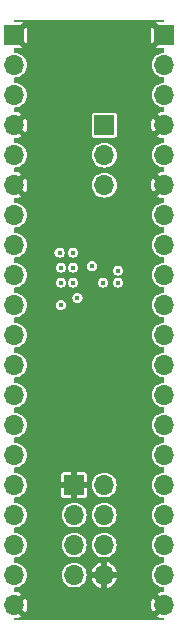
<source format=gbr>
%TF.GenerationSoftware,KiCad,Pcbnew,8.0.0*%
%TF.CreationDate,2024-03-15T22:25:50+11:00*%
%TF.ProjectId,PCAL6534EV-breakout,5043414c-3635-4333-9445-562d62726561,rev?*%
%TF.SameCoordinates,Original*%
%TF.FileFunction,Copper,L2,Inr*%
%TF.FilePolarity,Positive*%
%FSLAX46Y46*%
G04 Gerber Fmt 4.6, Leading zero omitted, Abs format (unit mm)*
G04 Created by KiCad (PCBNEW 8.0.0) date 2024-03-15 22:25:50*
%MOMM*%
%LPD*%
G01*
G04 APERTURE LIST*
%TA.AperFunction,ComponentPad*%
%ADD10R,1.700000X1.700000*%
%TD*%
%TA.AperFunction,ComponentPad*%
%ADD11O,1.700000X1.700000*%
%TD*%
%TA.AperFunction,ViaPad*%
%ADD12C,0.450000*%
%TD*%
%TA.AperFunction,ViaPad*%
%ADD13C,0.800000*%
%TD*%
G04 APERTURE END LIST*
D10*
%TO.N,GND*%
%TO.C,J4*%
X153725000Y-124450000D03*
D11*
%TO.N,P2_0*%
X156265000Y-124450000D03*
%TO.N,P1_6*%
X153725000Y-126990000D03*
%TO.N,P2_2*%
X156265000Y-126990000D03*
%TO.N,P1_7*%
X153725000Y-129530000D03*
%TO.N,P2_1*%
X156265000Y-129530000D03*
%TO.N,P1_4*%
X153725000Y-132070000D03*
%TO.N,GND*%
X156265000Y-132070000D03*
%TD*%
D10*
%TO.N,GND*%
%TO.C,J3*%
X161350000Y-86350000D03*
D11*
%TO.N,+3V3*%
X161350000Y-88890000D03*
%TO.N,VIO*%
X161350000Y-91430000D03*
%TO.N,GND*%
X161350000Y-93970000D03*
%TO.N,/~{RESET}*%
X161350000Y-96510000D03*
%TO.N,GND*%
X161350000Y-99050000D03*
%TO.N,P4_1*%
X161350000Y-101590000D03*
%TO.N,P4_0*%
X161350000Y-104130000D03*
%TO.N,P3_7*%
X161350000Y-106670000D03*
%TO.N,P3_6*%
X161350000Y-109210000D03*
%TO.N,P3_5*%
X161350000Y-111750000D03*
%TO.N,P3_3*%
X161350000Y-114290000D03*
%TO.N,P3_2*%
X161350000Y-116830000D03*
%TO.N,P3_0*%
X161350000Y-119370000D03*
%TO.N,P2_7*%
X161350000Y-121910000D03*
%TO.N,P2_5*%
X161350000Y-124450000D03*
%TO.N,P2_6*%
X161350000Y-126990000D03*
%TO.N,P2_4*%
X161350000Y-129530000D03*
%TO.N,P2_3*%
X161350000Y-132070000D03*
%TO.N,GND*%
X161350000Y-134610000D03*
%TD*%
D10*
%TO.N,GND*%
%TO.C,J2*%
X148650000Y-86350000D03*
D11*
%TO.N,/SCL*%
X148650000Y-88890000D03*
%TO.N,/SDA*%
X148650000Y-91430000D03*
%TO.N,GND*%
X148650000Y-93970000D03*
%TO.N,/~{INT}*%
X148650000Y-96510000D03*
%TO.N,GND*%
X148650000Y-99050000D03*
%TO.N,P3_4*%
X148650000Y-101590000D03*
%TO.N,P0_2*%
X148650000Y-104130000D03*
%TO.N,P0_1*%
X148650000Y-106670000D03*
%TO.N,P0_5*%
X148650000Y-109210000D03*
%TO.N,P0_0*%
X148650000Y-111750000D03*
%TO.N,P0_4*%
X148650000Y-114290000D03*
%TO.N,P0_3*%
X148650000Y-116830000D03*
%TO.N,P0_7*%
X148650000Y-119370000D03*
%TO.N,P0_6*%
X148650000Y-121910000D03*
%TO.N,P1_2*%
X148650000Y-124450000D03*
%TO.N,P1_1*%
X148650000Y-126990000D03*
%TO.N,P1_5*%
X148650000Y-129530000D03*
%TO.N,P1_3*%
X148650000Y-132070000D03*
%TO.N,GND*%
X148650000Y-134610000D03*
%TD*%
D10*
%TO.N,+3V3*%
%TO.C,JP1*%
X156270000Y-93985000D03*
D11*
%TO.N,/V_{DD(P)}*%
X156270000Y-96525000D03*
%TO.N,VIO*%
X156270000Y-99065000D03*
%TD*%
D12*
%TO.N,GND*%
X156777996Y-109605002D03*
D13*
X152460000Y-133975000D03*
X153095000Y-134610000D03*
X153730000Y-133975000D03*
X154365000Y-134610000D03*
D12*
%TO.N,/SDA*%
X153603000Y-107305000D03*
%TO.N,GND*%
X157921002Y-101052000D03*
X157286000Y-95621000D03*
X157413000Y-92827000D03*
X153603000Y-108035000D03*
X151952000Y-109231000D03*
X151825000Y-104765000D03*
X155206978Y-105330000D03*
%TO.N,/ADDR*%
X155200000Y-105908000D03*
%TO.N,GND*%
X156641962Y-106316994D03*
%TO.N,/~{INT}*%
X152587231Y-109231000D03*
X152481000Y-104765000D03*
%TO.N,+3V3*%
X153607000Y-104765000D03*
X157413000Y-106289000D03*
%TO.N,/~{RESET}*%
X157413000Y-107305000D03*
%TO.N,GND*%
X156778000Y-107305000D03*
%TO.N,/V_{DD(P)}*%
X156143000Y-107305000D03*
%TO.N,GND*%
X154185414Y-105783148D03*
X154190000Y-107305000D03*
X151952000Y-107305000D03*
X151952000Y-105781000D03*
%TO.N,/SCL*%
X153602998Y-106035000D03*
%TO.N,Net-(JP4-A)*%
X152587000Y-107305000D03*
X152585883Y-106036117D03*
%TO.N,+3V3*%
X154000000Y-108600000D03*
%TO.N,GND*%
X156500030Y-91152030D03*
D13*
X157540000Y-133975000D03*
X156905000Y-134610000D03*
X156270000Y-133975000D03*
X155635000Y-134610000D03*
X155000000Y-133848000D03*
%TD*%
%TA.AperFunction,Conductor*%
%TO.N,GND*%
G36*
X161337113Y-85092887D02*
G01*
X161350000Y-85124000D01*
X161350000Y-85202000D01*
X161337113Y-85233113D01*
X161306000Y-85246000D01*
X160599554Y-85246000D01*
X161220590Y-85867037D01*
X161157007Y-85884075D01*
X161042993Y-85949901D01*
X160949901Y-86042993D01*
X160884075Y-86157007D01*
X160867037Y-86220591D01*
X160246000Y-85599554D01*
X160246000Y-87100445D01*
X160867036Y-86479407D01*
X160884075Y-86542993D01*
X160949901Y-86657007D01*
X161042993Y-86750099D01*
X161157007Y-86815925D01*
X161220590Y-86832962D01*
X160599554Y-87453999D01*
X161306000Y-87453999D01*
X161337113Y-87466886D01*
X161350000Y-87497999D01*
X161350000Y-87794537D01*
X161337113Y-87825650D01*
X161310313Y-87838325D01*
X161144062Y-87854700D01*
X160946052Y-87914765D01*
X160763552Y-88012313D01*
X160603591Y-88143589D01*
X160603589Y-88143591D01*
X160472313Y-88303552D01*
X160374765Y-88486052D01*
X160314700Y-88684061D01*
X160294417Y-88889998D01*
X160294417Y-88890001D01*
X160314700Y-89095938D01*
X160374765Y-89293947D01*
X160374767Y-89293950D01*
X160374768Y-89293954D01*
X160472315Y-89476450D01*
X160603590Y-89636410D01*
X160763550Y-89767685D01*
X160946046Y-89865232D01*
X160946051Y-89865233D01*
X160946052Y-89865234D01*
X160946051Y-89865234D01*
X161144062Y-89925299D01*
X161144063Y-89925299D01*
X161144066Y-89925300D01*
X161310313Y-89941674D01*
X161340013Y-89957549D01*
X161350000Y-89985462D01*
X161350000Y-90334537D01*
X161337113Y-90365650D01*
X161310313Y-90378325D01*
X161144062Y-90394700D01*
X160946052Y-90454765D01*
X160763552Y-90552313D01*
X160603591Y-90683589D01*
X160603589Y-90683591D01*
X160472313Y-90843552D01*
X160374765Y-91026052D01*
X160314700Y-91224061D01*
X160294417Y-91429998D01*
X160294417Y-91430001D01*
X160314700Y-91635938D01*
X160374765Y-91833947D01*
X160374767Y-91833950D01*
X160374768Y-91833954D01*
X160472315Y-92016450D01*
X160603590Y-92176410D01*
X160763550Y-92307685D01*
X160946046Y-92405232D01*
X160946051Y-92405233D01*
X160946052Y-92405234D01*
X160946051Y-92405234D01*
X161144062Y-92465299D01*
X161144063Y-92465299D01*
X161144066Y-92465300D01*
X161310313Y-92481674D01*
X161340013Y-92497549D01*
X161350000Y-92525462D01*
X161350000Y-92822000D01*
X161337113Y-92853113D01*
X161306000Y-92866000D01*
X161247695Y-92866000D01*
X161046580Y-92903595D01*
X160855795Y-92977507D01*
X160766407Y-93032853D01*
X161220590Y-93487037D01*
X161157007Y-93504075D01*
X161042993Y-93569901D01*
X160949901Y-93662993D01*
X160884075Y-93777007D01*
X160867037Y-93840591D01*
X160409677Y-93383230D01*
X160407340Y-93386326D01*
X160316138Y-93569483D01*
X160260147Y-93766270D01*
X160260147Y-93766273D01*
X160241270Y-93969997D01*
X160241270Y-93970000D01*
X160260147Y-94173726D01*
X160260147Y-94173729D01*
X160316138Y-94370516D01*
X160407339Y-94553670D01*
X160409677Y-94556766D01*
X160867036Y-94099406D01*
X160884075Y-94162993D01*
X160949901Y-94277007D01*
X161042993Y-94370099D01*
X161157007Y-94435925D01*
X161220589Y-94452962D01*
X160766406Y-94907146D01*
X160855797Y-94962494D01*
X161046580Y-95036404D01*
X161247695Y-95073999D01*
X161247701Y-95074000D01*
X161306000Y-95074000D01*
X161337113Y-95086887D01*
X161350000Y-95118000D01*
X161350000Y-95414537D01*
X161337113Y-95445650D01*
X161310313Y-95458325D01*
X161144062Y-95474700D01*
X160946052Y-95534765D01*
X160763552Y-95632313D01*
X160603591Y-95763589D01*
X160603589Y-95763591D01*
X160472313Y-95923552D01*
X160374765Y-96106052D01*
X160314700Y-96304061D01*
X160294417Y-96509998D01*
X160294417Y-96510001D01*
X160314700Y-96715938D01*
X160374765Y-96913947D01*
X160374767Y-96913950D01*
X160374768Y-96913954D01*
X160472315Y-97096450D01*
X160603590Y-97256410D01*
X160763550Y-97387685D01*
X160946046Y-97485232D01*
X160946051Y-97485233D01*
X160946052Y-97485234D01*
X160946051Y-97485234D01*
X161144062Y-97545299D01*
X161144063Y-97545299D01*
X161144066Y-97545300D01*
X161310313Y-97561674D01*
X161340013Y-97577549D01*
X161350000Y-97605462D01*
X161350000Y-97902000D01*
X161337113Y-97933113D01*
X161306000Y-97946000D01*
X161247695Y-97946000D01*
X161046580Y-97983595D01*
X160855795Y-98057507D01*
X160766407Y-98112853D01*
X161220590Y-98567037D01*
X161157007Y-98584075D01*
X161042993Y-98649901D01*
X160949901Y-98742993D01*
X160884075Y-98857007D01*
X160867037Y-98920591D01*
X160409677Y-98463230D01*
X160407340Y-98466326D01*
X160316138Y-98649483D01*
X160260147Y-98846270D01*
X160260147Y-98846273D01*
X160241270Y-99049997D01*
X160241270Y-99050000D01*
X160260147Y-99253726D01*
X160260147Y-99253729D01*
X160316138Y-99450516D01*
X160407339Y-99633670D01*
X160409677Y-99636766D01*
X160867036Y-99179406D01*
X160884075Y-99242993D01*
X160949901Y-99357007D01*
X161042993Y-99450099D01*
X161157007Y-99515925D01*
X161220589Y-99532962D01*
X160766406Y-99987146D01*
X160855797Y-100042494D01*
X161046580Y-100116404D01*
X161247695Y-100153999D01*
X161247701Y-100154000D01*
X161306000Y-100154000D01*
X161337113Y-100166887D01*
X161350000Y-100198000D01*
X161350000Y-100494537D01*
X161337113Y-100525650D01*
X161310313Y-100538325D01*
X161144062Y-100554700D01*
X160946052Y-100614765D01*
X160763552Y-100712313D01*
X160603591Y-100843589D01*
X160603589Y-100843591D01*
X160472313Y-101003552D01*
X160374765Y-101186052D01*
X160314700Y-101384061D01*
X160294417Y-101589998D01*
X160294417Y-101590001D01*
X160314700Y-101795938D01*
X160374765Y-101993947D01*
X160374767Y-101993950D01*
X160374768Y-101993954D01*
X160472315Y-102176450D01*
X160603590Y-102336410D01*
X160763550Y-102467685D01*
X160946046Y-102565232D01*
X160946051Y-102565233D01*
X160946052Y-102565234D01*
X160946051Y-102565234D01*
X161144062Y-102625299D01*
X161144063Y-102625299D01*
X161144066Y-102625300D01*
X161310313Y-102641674D01*
X161340013Y-102657549D01*
X161350000Y-102685462D01*
X161350000Y-103034537D01*
X161337113Y-103065650D01*
X161310313Y-103078325D01*
X161144062Y-103094700D01*
X160946052Y-103154765D01*
X160763552Y-103252313D01*
X160603591Y-103383589D01*
X160603589Y-103383591D01*
X160472313Y-103543552D01*
X160374765Y-103726052D01*
X160314700Y-103924061D01*
X160294417Y-104129998D01*
X160294417Y-104130001D01*
X160314700Y-104335938D01*
X160374765Y-104533947D01*
X160374767Y-104533950D01*
X160374768Y-104533954D01*
X160472315Y-104716450D01*
X160603590Y-104876410D01*
X160763550Y-105007685D01*
X160946046Y-105105232D01*
X160946051Y-105105233D01*
X160946052Y-105105234D01*
X160946051Y-105105234D01*
X161144062Y-105165299D01*
X161144063Y-105165299D01*
X161144066Y-105165300D01*
X161310313Y-105181674D01*
X161340013Y-105197549D01*
X161350000Y-105225462D01*
X161350000Y-105574537D01*
X161337113Y-105605650D01*
X161310313Y-105618325D01*
X161144062Y-105634700D01*
X160946052Y-105694765D01*
X160763552Y-105792313D01*
X160603591Y-105923589D01*
X160603589Y-105923591D01*
X160472313Y-106083552D01*
X160374765Y-106266052D01*
X160314700Y-106464061D01*
X160294417Y-106669998D01*
X160294417Y-106670001D01*
X160314700Y-106875938D01*
X160374765Y-107073947D01*
X160374767Y-107073950D01*
X160374768Y-107073954D01*
X160472315Y-107256450D01*
X160603590Y-107416410D01*
X160763550Y-107547685D01*
X160946046Y-107645232D01*
X160946051Y-107645233D01*
X160946052Y-107645234D01*
X160946051Y-107645234D01*
X161144062Y-107705299D01*
X161144063Y-107705299D01*
X161144066Y-107705300D01*
X161310313Y-107721674D01*
X161340013Y-107737549D01*
X161350000Y-107765462D01*
X161350000Y-108114537D01*
X161337113Y-108145650D01*
X161310313Y-108158325D01*
X161144062Y-108174700D01*
X160946052Y-108234765D01*
X160763552Y-108332313D01*
X160603591Y-108463589D01*
X160603589Y-108463591D01*
X160472313Y-108623552D01*
X160374765Y-108806052D01*
X160314700Y-109004061D01*
X160294417Y-109209998D01*
X160294417Y-109210001D01*
X160314700Y-109415938D01*
X160374765Y-109613947D01*
X160374767Y-109613950D01*
X160374768Y-109613954D01*
X160472315Y-109796450D01*
X160603590Y-109956410D01*
X160763550Y-110087685D01*
X160946046Y-110185232D01*
X160946051Y-110185233D01*
X160946052Y-110185234D01*
X160946051Y-110185234D01*
X161144062Y-110245299D01*
X161144063Y-110245299D01*
X161144066Y-110245300D01*
X161310313Y-110261674D01*
X161340013Y-110277549D01*
X161350000Y-110305462D01*
X161350000Y-110654537D01*
X161337113Y-110685650D01*
X161310313Y-110698325D01*
X161144062Y-110714700D01*
X160946052Y-110774765D01*
X160763552Y-110872313D01*
X160603591Y-111003589D01*
X160603589Y-111003591D01*
X160472313Y-111163552D01*
X160374765Y-111346052D01*
X160314700Y-111544061D01*
X160294417Y-111749998D01*
X160294417Y-111750001D01*
X160314700Y-111955938D01*
X160374765Y-112153947D01*
X160374767Y-112153950D01*
X160374768Y-112153954D01*
X160472315Y-112336450D01*
X160603590Y-112496410D01*
X160763550Y-112627685D01*
X160946046Y-112725232D01*
X160946051Y-112725233D01*
X160946052Y-112725234D01*
X160946051Y-112725234D01*
X161144062Y-112785299D01*
X161144063Y-112785299D01*
X161144066Y-112785300D01*
X161310313Y-112801674D01*
X161340013Y-112817549D01*
X161350000Y-112845462D01*
X161350000Y-113194537D01*
X161337113Y-113225650D01*
X161310313Y-113238325D01*
X161144062Y-113254700D01*
X160946052Y-113314765D01*
X160763552Y-113412313D01*
X160603591Y-113543589D01*
X160603589Y-113543591D01*
X160472313Y-113703552D01*
X160374765Y-113886052D01*
X160314700Y-114084061D01*
X160294417Y-114289998D01*
X160294417Y-114290001D01*
X160314700Y-114495938D01*
X160374765Y-114693947D01*
X160374767Y-114693950D01*
X160374768Y-114693954D01*
X160472315Y-114876450D01*
X160603590Y-115036410D01*
X160763550Y-115167685D01*
X160946046Y-115265232D01*
X160946051Y-115265233D01*
X160946052Y-115265234D01*
X160946051Y-115265234D01*
X161144062Y-115325299D01*
X161144063Y-115325299D01*
X161144066Y-115325300D01*
X161310313Y-115341674D01*
X161340013Y-115357549D01*
X161350000Y-115385462D01*
X161350000Y-115734537D01*
X161337113Y-115765650D01*
X161310313Y-115778325D01*
X161144062Y-115794700D01*
X160946052Y-115854765D01*
X160763552Y-115952313D01*
X160603591Y-116083589D01*
X160603589Y-116083591D01*
X160472313Y-116243552D01*
X160374765Y-116426052D01*
X160314700Y-116624061D01*
X160294417Y-116829998D01*
X160294417Y-116830001D01*
X160314700Y-117035938D01*
X160374765Y-117233947D01*
X160374767Y-117233950D01*
X160374768Y-117233954D01*
X160472315Y-117416450D01*
X160603590Y-117576410D01*
X160763550Y-117707685D01*
X160946046Y-117805232D01*
X160946051Y-117805233D01*
X160946052Y-117805234D01*
X160946051Y-117805234D01*
X161144062Y-117865299D01*
X161144063Y-117865299D01*
X161144066Y-117865300D01*
X161310313Y-117881674D01*
X161340013Y-117897549D01*
X161350000Y-117925462D01*
X161350000Y-118274537D01*
X161337113Y-118305650D01*
X161310313Y-118318325D01*
X161144062Y-118334700D01*
X160946052Y-118394765D01*
X160763552Y-118492313D01*
X160603591Y-118623589D01*
X160603589Y-118623591D01*
X160472313Y-118783552D01*
X160374765Y-118966052D01*
X160314700Y-119164061D01*
X160294417Y-119369998D01*
X160294417Y-119370001D01*
X160314700Y-119575938D01*
X160374765Y-119773947D01*
X160374767Y-119773950D01*
X160374768Y-119773954D01*
X160472315Y-119956450D01*
X160603590Y-120116410D01*
X160763550Y-120247685D01*
X160946046Y-120345232D01*
X160946051Y-120345233D01*
X160946052Y-120345234D01*
X160946051Y-120345234D01*
X161144062Y-120405299D01*
X161144063Y-120405299D01*
X161144066Y-120405300D01*
X161310313Y-120421674D01*
X161340013Y-120437549D01*
X161350000Y-120465462D01*
X161350000Y-120814537D01*
X161337113Y-120845650D01*
X161310313Y-120858325D01*
X161144062Y-120874700D01*
X160946052Y-120934765D01*
X160763552Y-121032313D01*
X160603591Y-121163589D01*
X160603589Y-121163591D01*
X160472313Y-121323552D01*
X160374765Y-121506052D01*
X160314700Y-121704061D01*
X160294417Y-121909998D01*
X160294417Y-121910001D01*
X160314700Y-122115938D01*
X160374765Y-122313947D01*
X160374767Y-122313950D01*
X160374768Y-122313954D01*
X160472315Y-122496450D01*
X160603590Y-122656410D01*
X160763550Y-122787685D01*
X160946046Y-122885232D01*
X160946051Y-122885233D01*
X160946052Y-122885234D01*
X160946051Y-122885234D01*
X161144062Y-122945299D01*
X161144063Y-122945299D01*
X161144066Y-122945300D01*
X161310313Y-122961674D01*
X161340013Y-122977549D01*
X161350000Y-123005462D01*
X161350000Y-123354537D01*
X161337113Y-123385650D01*
X161310313Y-123398325D01*
X161144062Y-123414700D01*
X160946052Y-123474765D01*
X160763552Y-123572313D01*
X160603591Y-123703589D01*
X160603589Y-123703591D01*
X160472313Y-123863552D01*
X160374765Y-124046052D01*
X160314700Y-124244061D01*
X160294417Y-124449998D01*
X160294417Y-124450001D01*
X160314700Y-124655938D01*
X160374765Y-124853947D01*
X160374767Y-124853950D01*
X160374768Y-124853954D01*
X160472315Y-125036450D01*
X160603590Y-125196410D01*
X160763550Y-125327685D01*
X160946046Y-125425232D01*
X160946051Y-125425233D01*
X160946052Y-125425234D01*
X160946051Y-125425234D01*
X161144062Y-125485299D01*
X161144063Y-125485299D01*
X161144066Y-125485300D01*
X161310313Y-125501674D01*
X161340013Y-125517549D01*
X161350000Y-125545462D01*
X161350000Y-125894537D01*
X161337113Y-125925650D01*
X161310313Y-125938325D01*
X161144062Y-125954700D01*
X160946052Y-126014765D01*
X160763552Y-126112313D01*
X160603591Y-126243589D01*
X160603589Y-126243591D01*
X160472313Y-126403552D01*
X160374765Y-126586052D01*
X160314700Y-126784061D01*
X160294417Y-126989998D01*
X160294417Y-126990001D01*
X160314700Y-127195938D01*
X160374765Y-127393947D01*
X160374767Y-127393950D01*
X160374768Y-127393954D01*
X160472315Y-127576450D01*
X160603590Y-127736410D01*
X160763550Y-127867685D01*
X160946046Y-127965232D01*
X160946051Y-127965233D01*
X160946052Y-127965234D01*
X160946051Y-127965234D01*
X161144062Y-128025299D01*
X161144063Y-128025299D01*
X161144066Y-128025300D01*
X161310313Y-128041674D01*
X161340013Y-128057549D01*
X161350000Y-128085462D01*
X161350000Y-128434537D01*
X161337113Y-128465650D01*
X161310313Y-128478325D01*
X161144062Y-128494700D01*
X160946052Y-128554765D01*
X160763552Y-128652313D01*
X160603591Y-128783589D01*
X160603589Y-128783591D01*
X160472313Y-128943552D01*
X160374765Y-129126052D01*
X160314700Y-129324061D01*
X160294417Y-129529998D01*
X160294417Y-129530001D01*
X160314700Y-129735938D01*
X160374765Y-129933947D01*
X160374767Y-129933950D01*
X160374768Y-129933954D01*
X160472315Y-130116450D01*
X160603590Y-130276410D01*
X160763550Y-130407685D01*
X160946046Y-130505232D01*
X160946051Y-130505233D01*
X160946052Y-130505234D01*
X160946051Y-130505234D01*
X161144062Y-130565299D01*
X161144063Y-130565299D01*
X161144066Y-130565300D01*
X161310313Y-130581674D01*
X161340013Y-130597549D01*
X161350000Y-130625462D01*
X161350000Y-130974537D01*
X161337113Y-131005650D01*
X161310313Y-131018325D01*
X161144062Y-131034700D01*
X160946052Y-131094765D01*
X160763552Y-131192313D01*
X160603591Y-131323589D01*
X160603589Y-131323591D01*
X160472313Y-131483552D01*
X160374765Y-131666052D01*
X160314700Y-131864061D01*
X160294417Y-132069998D01*
X160294417Y-132070001D01*
X160314700Y-132275938D01*
X160374765Y-132473947D01*
X160374767Y-132473950D01*
X160374768Y-132473954D01*
X160426106Y-132570000D01*
X160470831Y-132653675D01*
X160472315Y-132656450D01*
X160603590Y-132816410D01*
X160763550Y-132947685D01*
X160946046Y-133045232D01*
X160946051Y-133045233D01*
X160946052Y-133045234D01*
X160946051Y-133045234D01*
X161144062Y-133105299D01*
X161144063Y-133105299D01*
X161144066Y-133105300D01*
X161310313Y-133121674D01*
X161340013Y-133137549D01*
X161350000Y-133165462D01*
X161350000Y-133462000D01*
X161337113Y-133493113D01*
X161306000Y-133506000D01*
X161247695Y-133506000D01*
X161046580Y-133543595D01*
X160855795Y-133617507D01*
X160766407Y-133672853D01*
X161220590Y-134127037D01*
X161157007Y-134144075D01*
X161042993Y-134209901D01*
X160949901Y-134302993D01*
X160884075Y-134417007D01*
X160867037Y-134480591D01*
X160409677Y-134023230D01*
X160407340Y-134026326D01*
X160316138Y-134209483D01*
X160260147Y-134406270D01*
X160260147Y-134406273D01*
X160241270Y-134609997D01*
X160241270Y-134610000D01*
X160260147Y-134813726D01*
X160260147Y-134813729D01*
X160316138Y-135010516D01*
X160407339Y-135193670D01*
X160409677Y-135196766D01*
X160867036Y-134739406D01*
X160884075Y-134802993D01*
X160949901Y-134917007D01*
X161042993Y-135010099D01*
X161157007Y-135075925D01*
X161220589Y-135092962D01*
X160766406Y-135547146D01*
X160855797Y-135602494D01*
X161046580Y-135676404D01*
X161247695Y-135713999D01*
X161247701Y-135714000D01*
X161306000Y-135714000D01*
X161337113Y-135726887D01*
X161350000Y-135758000D01*
X161350000Y-135836000D01*
X161337113Y-135867113D01*
X161306000Y-135880000D01*
X148694000Y-135880000D01*
X148662887Y-135867113D01*
X148650000Y-135836000D01*
X148650000Y-135758000D01*
X148662887Y-135726887D01*
X148694000Y-135714000D01*
X148752299Y-135714000D01*
X148752304Y-135713999D01*
X148953419Y-135676404D01*
X149144201Y-135602494D01*
X149233592Y-135547146D01*
X148779408Y-135092962D01*
X148842993Y-135075925D01*
X148957007Y-135010099D01*
X149050099Y-134917007D01*
X149115925Y-134802993D01*
X149132962Y-134739409D01*
X149590320Y-135196767D01*
X149590321Y-135196767D01*
X149592659Y-135193672D01*
X149683861Y-135010516D01*
X149739852Y-134813729D01*
X149739852Y-134813726D01*
X149758730Y-134610000D01*
X149758730Y-134609997D01*
X149739852Y-134406273D01*
X149739852Y-134406270D01*
X149683861Y-134209483D01*
X149592661Y-134026329D01*
X149590320Y-134023231D01*
X149132962Y-134480590D01*
X149115925Y-134417007D01*
X149050099Y-134302993D01*
X148957007Y-134209901D01*
X148842993Y-134144075D01*
X148779409Y-134127037D01*
X149233592Y-133672853D01*
X149144204Y-133617506D01*
X148953419Y-133543595D01*
X148752304Y-133506000D01*
X148694000Y-133506000D01*
X148662887Y-133493113D01*
X148650000Y-133462000D01*
X148650000Y-133165462D01*
X148662887Y-133134349D01*
X148689686Y-133121674D01*
X148855934Y-133105300D01*
X148855936Y-133105299D01*
X148855938Y-133105299D01*
X149053947Y-133045234D01*
X149053946Y-133045234D01*
X149053954Y-133045232D01*
X149236450Y-132947685D01*
X149396410Y-132816410D01*
X149527685Y-132656450D01*
X149625232Y-132473954D01*
X149685300Y-132275934D01*
X149705583Y-132070001D01*
X152669417Y-132070001D01*
X152689700Y-132275938D01*
X152749765Y-132473947D01*
X152749767Y-132473950D01*
X152749768Y-132473954D01*
X152801106Y-132570000D01*
X152845831Y-132653675D01*
X152847315Y-132656450D01*
X152978590Y-132816410D01*
X153138550Y-132947685D01*
X153321046Y-133045232D01*
X153321051Y-133045233D01*
X153321052Y-133045234D01*
X153321051Y-133045234D01*
X153519062Y-133105299D01*
X153519063Y-133105299D01*
X153519066Y-133105300D01*
X153685312Y-133121674D01*
X153724999Y-133125583D01*
X153725000Y-133125583D01*
X153725001Y-133125583D01*
X153764688Y-133121674D01*
X153930934Y-133105300D01*
X153930936Y-133105299D01*
X153930938Y-133105299D01*
X154128947Y-133045234D01*
X154128946Y-133045234D01*
X154128954Y-133045232D01*
X154311450Y-132947685D01*
X154471410Y-132816410D01*
X154602685Y-132656450D01*
X154700232Y-132473954D01*
X154746933Y-132320000D01*
X155188312Y-132320000D01*
X155231138Y-132470516D01*
X155322341Y-132653674D01*
X155322342Y-132653675D01*
X155445640Y-132816948D01*
X155596839Y-132954784D01*
X155596840Y-132954785D01*
X155770801Y-133062495D01*
X155961579Y-133136404D01*
X156015000Y-133146389D01*
X156015000Y-132503012D01*
X156072007Y-132535925D01*
X156199174Y-132570000D01*
X156330826Y-132570000D01*
X156457993Y-132535925D01*
X156515000Y-132503012D01*
X156515000Y-133146389D01*
X156568420Y-133136404D01*
X156759198Y-133062495D01*
X156933159Y-132954785D01*
X156933160Y-132954784D01*
X157084359Y-132816948D01*
X157207657Y-132653675D01*
X157207658Y-132653674D01*
X157298861Y-132470516D01*
X157341687Y-132320000D01*
X156698012Y-132320000D01*
X156730925Y-132262993D01*
X156765000Y-132135826D01*
X156765000Y-132004174D01*
X156730925Y-131877007D01*
X156698012Y-131820000D01*
X157341687Y-131820000D01*
X157341687Y-131819999D01*
X157298861Y-131669483D01*
X157207658Y-131486325D01*
X157207657Y-131486324D01*
X157084359Y-131323051D01*
X156933160Y-131185215D01*
X156933159Y-131185214D01*
X156759198Y-131077504D01*
X156568419Y-131003595D01*
X156515000Y-130993609D01*
X156515000Y-131636988D01*
X156457993Y-131604075D01*
X156330826Y-131570000D01*
X156199174Y-131570000D01*
X156072007Y-131604075D01*
X156015000Y-131636988D01*
X156015000Y-130993609D01*
X156014999Y-130993609D01*
X155961580Y-131003595D01*
X155770801Y-131077504D01*
X155596840Y-131185214D01*
X155596839Y-131185215D01*
X155445640Y-131323051D01*
X155322342Y-131486324D01*
X155322341Y-131486325D01*
X155231138Y-131669483D01*
X155188312Y-131819999D01*
X155188313Y-131820000D01*
X155831988Y-131820000D01*
X155799075Y-131877007D01*
X155765000Y-132004174D01*
X155765000Y-132135826D01*
X155799075Y-132262993D01*
X155831988Y-132320000D01*
X155188312Y-132320000D01*
X154746933Y-132320000D01*
X154760300Y-132275934D01*
X154780583Y-132070000D01*
X154760300Y-131864066D01*
X154760299Y-131864063D01*
X154760299Y-131864061D01*
X154700234Y-131666052D01*
X154700233Y-131666051D01*
X154700232Y-131666046D01*
X154602685Y-131483550D01*
X154471410Y-131323590D01*
X154311450Y-131192315D01*
X154311448Y-131192314D01*
X154311447Y-131192313D01*
X154247871Y-131158331D01*
X154128954Y-131094768D01*
X154128950Y-131094767D01*
X154128947Y-131094765D01*
X154128948Y-131094765D01*
X153930937Y-131034700D01*
X153930938Y-131034700D01*
X153725001Y-131014417D01*
X153724999Y-131014417D01*
X153519061Y-131034700D01*
X153321052Y-131094765D01*
X153138552Y-131192313D01*
X152978591Y-131323589D01*
X152978589Y-131323591D01*
X152847313Y-131483552D01*
X152749765Y-131666052D01*
X152689700Y-131864061D01*
X152669417Y-132069998D01*
X152669417Y-132070001D01*
X149705583Y-132070001D01*
X149705583Y-132070000D01*
X149685300Y-131864066D01*
X149685299Y-131864063D01*
X149685299Y-131864061D01*
X149625234Y-131666052D01*
X149625233Y-131666051D01*
X149625232Y-131666046D01*
X149527685Y-131483550D01*
X149396410Y-131323590D01*
X149236450Y-131192315D01*
X149236448Y-131192314D01*
X149236447Y-131192313D01*
X149172871Y-131158331D01*
X149053954Y-131094768D01*
X149053950Y-131094767D01*
X149053947Y-131094765D01*
X149053948Y-131094765D01*
X148855937Y-131034700D01*
X148855938Y-131034700D01*
X148689687Y-131018325D01*
X148659987Y-131002450D01*
X148650000Y-130974537D01*
X148650000Y-130625462D01*
X148662887Y-130594349D01*
X148689686Y-130581674D01*
X148855934Y-130565300D01*
X148855936Y-130565299D01*
X148855938Y-130565299D01*
X149053947Y-130505234D01*
X149053946Y-130505234D01*
X149053954Y-130505232D01*
X149236450Y-130407685D01*
X149396410Y-130276410D01*
X149527685Y-130116450D01*
X149625232Y-129933954D01*
X149685300Y-129735934D01*
X149705583Y-129530001D01*
X152669417Y-129530001D01*
X152689700Y-129735938D01*
X152749765Y-129933947D01*
X152749767Y-129933950D01*
X152749768Y-129933954D01*
X152847315Y-130116450D01*
X152978590Y-130276410D01*
X153138550Y-130407685D01*
X153321046Y-130505232D01*
X153321051Y-130505233D01*
X153321052Y-130505234D01*
X153321051Y-130505234D01*
X153519062Y-130565299D01*
X153519063Y-130565299D01*
X153519066Y-130565300D01*
X153685312Y-130581674D01*
X153724999Y-130585583D01*
X153725000Y-130585583D01*
X153725001Y-130585583D01*
X153764688Y-130581674D01*
X153930934Y-130565300D01*
X153930936Y-130565299D01*
X153930938Y-130565299D01*
X154128947Y-130505234D01*
X154128946Y-130505234D01*
X154128954Y-130505232D01*
X154311450Y-130407685D01*
X154471410Y-130276410D01*
X154602685Y-130116450D01*
X154700232Y-129933954D01*
X154760300Y-129735934D01*
X154780583Y-129530001D01*
X155209417Y-129530001D01*
X155229700Y-129735938D01*
X155289765Y-129933947D01*
X155289767Y-129933950D01*
X155289768Y-129933954D01*
X155387315Y-130116450D01*
X155518590Y-130276410D01*
X155678550Y-130407685D01*
X155861046Y-130505232D01*
X155861051Y-130505233D01*
X155861052Y-130505234D01*
X155861051Y-130505234D01*
X156059062Y-130565299D01*
X156059063Y-130565299D01*
X156059066Y-130565300D01*
X156225312Y-130581674D01*
X156264999Y-130585583D01*
X156265000Y-130585583D01*
X156265001Y-130585583D01*
X156304688Y-130581674D01*
X156470934Y-130565300D01*
X156470936Y-130565299D01*
X156470938Y-130565299D01*
X156668947Y-130505234D01*
X156668946Y-130505234D01*
X156668954Y-130505232D01*
X156851450Y-130407685D01*
X157011410Y-130276410D01*
X157142685Y-130116450D01*
X157240232Y-129933954D01*
X157300300Y-129735934D01*
X157320583Y-129530000D01*
X157300300Y-129324066D01*
X157300299Y-129324063D01*
X157300299Y-129324061D01*
X157240234Y-129126052D01*
X157240233Y-129126051D01*
X157240232Y-129126046D01*
X157142685Y-128943550D01*
X157011410Y-128783590D01*
X156851450Y-128652315D01*
X156851448Y-128652314D01*
X156851447Y-128652313D01*
X156787871Y-128618331D01*
X156668954Y-128554768D01*
X156668950Y-128554767D01*
X156668947Y-128554765D01*
X156668948Y-128554765D01*
X156470937Y-128494700D01*
X156470938Y-128494700D01*
X156265001Y-128474417D01*
X156264999Y-128474417D01*
X156059061Y-128494700D01*
X155861052Y-128554765D01*
X155678552Y-128652313D01*
X155518591Y-128783589D01*
X155518589Y-128783591D01*
X155387313Y-128943552D01*
X155289765Y-129126052D01*
X155229700Y-129324061D01*
X155209417Y-129529998D01*
X155209417Y-129530001D01*
X154780583Y-129530001D01*
X154780583Y-129530000D01*
X154760300Y-129324066D01*
X154760299Y-129324063D01*
X154760299Y-129324061D01*
X154700234Y-129126052D01*
X154700233Y-129126051D01*
X154700232Y-129126046D01*
X154602685Y-128943550D01*
X154471410Y-128783590D01*
X154311450Y-128652315D01*
X154311448Y-128652314D01*
X154311447Y-128652313D01*
X154247871Y-128618331D01*
X154128954Y-128554768D01*
X154128950Y-128554767D01*
X154128947Y-128554765D01*
X154128948Y-128554765D01*
X153930937Y-128494700D01*
X153930938Y-128494700D01*
X153725001Y-128474417D01*
X153724999Y-128474417D01*
X153519061Y-128494700D01*
X153321052Y-128554765D01*
X153138552Y-128652313D01*
X152978591Y-128783589D01*
X152978589Y-128783591D01*
X152847313Y-128943552D01*
X152749765Y-129126052D01*
X152689700Y-129324061D01*
X152669417Y-129529998D01*
X152669417Y-129530001D01*
X149705583Y-129530001D01*
X149705583Y-129530000D01*
X149685300Y-129324066D01*
X149685299Y-129324063D01*
X149685299Y-129324061D01*
X149625234Y-129126052D01*
X149625233Y-129126051D01*
X149625232Y-129126046D01*
X149527685Y-128943550D01*
X149396410Y-128783590D01*
X149236450Y-128652315D01*
X149236448Y-128652314D01*
X149236447Y-128652313D01*
X149172871Y-128618331D01*
X149053954Y-128554768D01*
X149053950Y-128554767D01*
X149053947Y-128554765D01*
X149053948Y-128554765D01*
X148855937Y-128494700D01*
X148855938Y-128494700D01*
X148689687Y-128478325D01*
X148659987Y-128462450D01*
X148650000Y-128434537D01*
X148650000Y-128085462D01*
X148662887Y-128054349D01*
X148689686Y-128041674D01*
X148855934Y-128025300D01*
X148855936Y-128025299D01*
X148855938Y-128025299D01*
X149053947Y-127965234D01*
X149053946Y-127965234D01*
X149053954Y-127965232D01*
X149236450Y-127867685D01*
X149396410Y-127736410D01*
X149527685Y-127576450D01*
X149625232Y-127393954D01*
X149685300Y-127195934D01*
X149705583Y-126990001D01*
X152669417Y-126990001D01*
X152689700Y-127195938D01*
X152749765Y-127393947D01*
X152749767Y-127393950D01*
X152749768Y-127393954D01*
X152847315Y-127576450D01*
X152978590Y-127736410D01*
X153138550Y-127867685D01*
X153321046Y-127965232D01*
X153321051Y-127965233D01*
X153321052Y-127965234D01*
X153321051Y-127965234D01*
X153519062Y-128025299D01*
X153519063Y-128025299D01*
X153519066Y-128025300D01*
X153685312Y-128041674D01*
X153724999Y-128045583D01*
X153725000Y-128045583D01*
X153725001Y-128045583D01*
X153764688Y-128041674D01*
X153930934Y-128025300D01*
X153930936Y-128025299D01*
X153930938Y-128025299D01*
X154128947Y-127965234D01*
X154128946Y-127965234D01*
X154128954Y-127965232D01*
X154311450Y-127867685D01*
X154471410Y-127736410D01*
X154602685Y-127576450D01*
X154700232Y-127393954D01*
X154760300Y-127195934D01*
X154780583Y-126990001D01*
X155209417Y-126990001D01*
X155229700Y-127195938D01*
X155289765Y-127393947D01*
X155289767Y-127393950D01*
X155289768Y-127393954D01*
X155387315Y-127576450D01*
X155518590Y-127736410D01*
X155678550Y-127867685D01*
X155861046Y-127965232D01*
X155861051Y-127965233D01*
X155861052Y-127965234D01*
X155861051Y-127965234D01*
X156059062Y-128025299D01*
X156059063Y-128025299D01*
X156059066Y-128025300D01*
X156225312Y-128041674D01*
X156264999Y-128045583D01*
X156265000Y-128045583D01*
X156265001Y-128045583D01*
X156304688Y-128041674D01*
X156470934Y-128025300D01*
X156470936Y-128025299D01*
X156470938Y-128025299D01*
X156668947Y-127965234D01*
X156668946Y-127965234D01*
X156668954Y-127965232D01*
X156851450Y-127867685D01*
X157011410Y-127736410D01*
X157142685Y-127576450D01*
X157240232Y-127393954D01*
X157300300Y-127195934D01*
X157320583Y-126990000D01*
X157300300Y-126784066D01*
X157300299Y-126784063D01*
X157300299Y-126784061D01*
X157240234Y-126586052D01*
X157240233Y-126586051D01*
X157240232Y-126586046D01*
X157142685Y-126403550D01*
X157011410Y-126243590D01*
X156851450Y-126112315D01*
X156851448Y-126112314D01*
X156851447Y-126112313D01*
X156787871Y-126078331D01*
X156668954Y-126014768D01*
X156668950Y-126014767D01*
X156668947Y-126014765D01*
X156668948Y-126014765D01*
X156470937Y-125954700D01*
X156470938Y-125954700D01*
X156265001Y-125934417D01*
X156264999Y-125934417D01*
X156059061Y-125954700D01*
X155861052Y-126014765D01*
X155678552Y-126112313D01*
X155518591Y-126243589D01*
X155518589Y-126243591D01*
X155387313Y-126403552D01*
X155289765Y-126586052D01*
X155229700Y-126784061D01*
X155209417Y-126989998D01*
X155209417Y-126990001D01*
X154780583Y-126990001D01*
X154780583Y-126990000D01*
X154760300Y-126784066D01*
X154760299Y-126784063D01*
X154760299Y-126784061D01*
X154700234Y-126586052D01*
X154700233Y-126586051D01*
X154700232Y-126586046D01*
X154602685Y-126403550D01*
X154471410Y-126243590D01*
X154311450Y-126112315D01*
X154311448Y-126112314D01*
X154311447Y-126112313D01*
X154247871Y-126078331D01*
X154128954Y-126014768D01*
X154128950Y-126014767D01*
X154128947Y-126014765D01*
X154128948Y-126014765D01*
X153930937Y-125954700D01*
X153930938Y-125954700D01*
X153725001Y-125934417D01*
X153724999Y-125934417D01*
X153519061Y-125954700D01*
X153321052Y-126014765D01*
X153138552Y-126112313D01*
X152978591Y-126243589D01*
X152978589Y-126243591D01*
X152847313Y-126403552D01*
X152749765Y-126586052D01*
X152689700Y-126784061D01*
X152669417Y-126989998D01*
X152669417Y-126990001D01*
X149705583Y-126990001D01*
X149705583Y-126990000D01*
X149685300Y-126784066D01*
X149685299Y-126784063D01*
X149685299Y-126784061D01*
X149625234Y-126586052D01*
X149625233Y-126586051D01*
X149625232Y-126586046D01*
X149527685Y-126403550D01*
X149396410Y-126243590D01*
X149236450Y-126112315D01*
X149236448Y-126112314D01*
X149236447Y-126112313D01*
X149172871Y-126078331D01*
X149053954Y-126014768D01*
X149053950Y-126014767D01*
X149053947Y-126014765D01*
X149053948Y-126014765D01*
X148855937Y-125954700D01*
X148855938Y-125954700D01*
X148689687Y-125938325D01*
X148659987Y-125922450D01*
X148650000Y-125894537D01*
X148650000Y-125545462D01*
X148662887Y-125514349D01*
X148689686Y-125501674D01*
X148855934Y-125485300D01*
X148855936Y-125485299D01*
X148855938Y-125485299D01*
X149053947Y-125425234D01*
X149053946Y-125425234D01*
X149053954Y-125425232D01*
X149236450Y-125327685D01*
X149396410Y-125196410D01*
X149527685Y-125036450D01*
X149625232Y-124853954D01*
X149685300Y-124655934D01*
X149705583Y-124450000D01*
X149685300Y-124244066D01*
X149685299Y-124244063D01*
X149685299Y-124244061D01*
X149671933Y-124199999D01*
X152621000Y-124199999D01*
X152621001Y-124200000D01*
X153291988Y-124200000D01*
X153259075Y-124257007D01*
X153225000Y-124384174D01*
X153225000Y-124515826D01*
X153259075Y-124642993D01*
X153291988Y-124700000D01*
X152621002Y-124700000D01*
X152621001Y-124700001D01*
X152621001Y-125325013D01*
X152635737Y-125399106D01*
X152691875Y-125483122D01*
X152691877Y-125483124D01*
X152775893Y-125539262D01*
X152849986Y-125553999D01*
X153474998Y-125553999D01*
X153475000Y-125553998D01*
X153475000Y-124883012D01*
X153532007Y-124915925D01*
X153659174Y-124950000D01*
X153790826Y-124950000D01*
X153917993Y-124915925D01*
X153975000Y-124883012D01*
X153975000Y-125553998D01*
X153975001Y-125553999D01*
X154600012Y-125553999D01*
X154600013Y-125553998D01*
X154674106Y-125539262D01*
X154758122Y-125483124D01*
X154758124Y-125483122D01*
X154814262Y-125399106D01*
X154829000Y-125325013D01*
X154829000Y-124700001D01*
X154828999Y-124700000D01*
X154158012Y-124700000D01*
X154190925Y-124642993D01*
X154225000Y-124515826D01*
X154225000Y-124450001D01*
X155209417Y-124450001D01*
X155229700Y-124655938D01*
X155289765Y-124853947D01*
X155289767Y-124853950D01*
X155289768Y-124853954D01*
X155387315Y-125036450D01*
X155518590Y-125196410D01*
X155678550Y-125327685D01*
X155861046Y-125425232D01*
X155861051Y-125425233D01*
X155861052Y-125425234D01*
X155861051Y-125425234D01*
X156059062Y-125485299D01*
X156059063Y-125485299D01*
X156059066Y-125485300D01*
X156225312Y-125501674D01*
X156264999Y-125505583D01*
X156265000Y-125505583D01*
X156265001Y-125505583D01*
X156304688Y-125501674D01*
X156470934Y-125485300D01*
X156470936Y-125485299D01*
X156470938Y-125485299D01*
X156668947Y-125425234D01*
X156668946Y-125425234D01*
X156668954Y-125425232D01*
X156851450Y-125327685D01*
X157011410Y-125196410D01*
X157142685Y-125036450D01*
X157240232Y-124853954D01*
X157300300Y-124655934D01*
X157320583Y-124450000D01*
X157300300Y-124244066D01*
X157300299Y-124244063D01*
X157300299Y-124244061D01*
X157240234Y-124046052D01*
X157240233Y-124046051D01*
X157240232Y-124046046D01*
X157142685Y-123863550D01*
X157011410Y-123703590D01*
X156851450Y-123572315D01*
X156851448Y-123572314D01*
X156851447Y-123572313D01*
X156787871Y-123538331D01*
X156668954Y-123474768D01*
X156668950Y-123474767D01*
X156668947Y-123474765D01*
X156668948Y-123474765D01*
X156470937Y-123414700D01*
X156470938Y-123414700D01*
X156265001Y-123394417D01*
X156264999Y-123394417D01*
X156059061Y-123414700D01*
X155861052Y-123474765D01*
X155678552Y-123572313D01*
X155518591Y-123703589D01*
X155518589Y-123703591D01*
X155387313Y-123863552D01*
X155289765Y-124046052D01*
X155229700Y-124244061D01*
X155209417Y-124449998D01*
X155209417Y-124450001D01*
X154225000Y-124450001D01*
X154225000Y-124384174D01*
X154190925Y-124257007D01*
X154158012Y-124200000D01*
X154828998Y-124200000D01*
X154828999Y-124199999D01*
X154828999Y-123574988D01*
X154828998Y-123574986D01*
X154814262Y-123500893D01*
X154758124Y-123416877D01*
X154758122Y-123416875D01*
X154674106Y-123360737D01*
X154600014Y-123346000D01*
X153975001Y-123346000D01*
X153975000Y-123346001D01*
X153975000Y-124016988D01*
X153917993Y-123984075D01*
X153790826Y-123950000D01*
X153659174Y-123950000D01*
X153532007Y-123984075D01*
X153475000Y-124016988D01*
X153475000Y-123346001D01*
X153474999Y-123346000D01*
X152849988Y-123346000D01*
X152849986Y-123346001D01*
X152775893Y-123360737D01*
X152691877Y-123416875D01*
X152691875Y-123416877D01*
X152635737Y-123500893D01*
X152621000Y-123574986D01*
X152621000Y-124199999D01*
X149671933Y-124199999D01*
X149625234Y-124046052D01*
X149625233Y-124046051D01*
X149625232Y-124046046D01*
X149527685Y-123863550D01*
X149396410Y-123703590D01*
X149236450Y-123572315D01*
X149236448Y-123572314D01*
X149236447Y-123572313D01*
X149172871Y-123538331D01*
X149053954Y-123474768D01*
X149053950Y-123474767D01*
X149053947Y-123474765D01*
X149053948Y-123474765D01*
X148855937Y-123414700D01*
X148855938Y-123414700D01*
X148689687Y-123398325D01*
X148659987Y-123382450D01*
X148650000Y-123354537D01*
X148650000Y-123005462D01*
X148662887Y-122974349D01*
X148689686Y-122961674D01*
X148855934Y-122945300D01*
X148855936Y-122945299D01*
X148855938Y-122945299D01*
X149053947Y-122885234D01*
X149053946Y-122885234D01*
X149053954Y-122885232D01*
X149236450Y-122787685D01*
X149396410Y-122656410D01*
X149527685Y-122496450D01*
X149625232Y-122313954D01*
X149685300Y-122115934D01*
X149705583Y-121910000D01*
X149685300Y-121704066D01*
X149685299Y-121704063D01*
X149685299Y-121704061D01*
X149625234Y-121506052D01*
X149625233Y-121506051D01*
X149625232Y-121506046D01*
X149527685Y-121323550D01*
X149396410Y-121163590D01*
X149236450Y-121032315D01*
X149236448Y-121032314D01*
X149236447Y-121032313D01*
X149172871Y-120998331D01*
X149053954Y-120934768D01*
X149053950Y-120934767D01*
X149053947Y-120934765D01*
X149053948Y-120934765D01*
X148855937Y-120874700D01*
X148855938Y-120874700D01*
X148689687Y-120858325D01*
X148659987Y-120842450D01*
X148650000Y-120814537D01*
X148650000Y-120465462D01*
X148662887Y-120434349D01*
X148689686Y-120421674D01*
X148855934Y-120405300D01*
X148855936Y-120405299D01*
X148855938Y-120405299D01*
X149053947Y-120345234D01*
X149053946Y-120345234D01*
X149053954Y-120345232D01*
X149236450Y-120247685D01*
X149396410Y-120116410D01*
X149527685Y-119956450D01*
X149625232Y-119773954D01*
X149685300Y-119575934D01*
X149705583Y-119370000D01*
X149685300Y-119164066D01*
X149685299Y-119164063D01*
X149685299Y-119164061D01*
X149625234Y-118966052D01*
X149625233Y-118966051D01*
X149625232Y-118966046D01*
X149527685Y-118783550D01*
X149396410Y-118623590D01*
X149236450Y-118492315D01*
X149236448Y-118492314D01*
X149236447Y-118492313D01*
X149172871Y-118458331D01*
X149053954Y-118394768D01*
X149053950Y-118394767D01*
X149053947Y-118394765D01*
X149053948Y-118394765D01*
X148855937Y-118334700D01*
X148855938Y-118334700D01*
X148689687Y-118318325D01*
X148659987Y-118302450D01*
X148650000Y-118274537D01*
X148650000Y-117925462D01*
X148662887Y-117894349D01*
X148689686Y-117881674D01*
X148855934Y-117865300D01*
X148855936Y-117865299D01*
X148855938Y-117865299D01*
X149053947Y-117805234D01*
X149053946Y-117805234D01*
X149053954Y-117805232D01*
X149236450Y-117707685D01*
X149396410Y-117576410D01*
X149527685Y-117416450D01*
X149625232Y-117233954D01*
X149685300Y-117035934D01*
X149705583Y-116830000D01*
X149685300Y-116624066D01*
X149685299Y-116624063D01*
X149685299Y-116624061D01*
X149625234Y-116426052D01*
X149625233Y-116426051D01*
X149625232Y-116426046D01*
X149527685Y-116243550D01*
X149396410Y-116083590D01*
X149236450Y-115952315D01*
X149236448Y-115952314D01*
X149236447Y-115952313D01*
X149172871Y-115918331D01*
X149053954Y-115854768D01*
X149053950Y-115854767D01*
X149053947Y-115854765D01*
X149053948Y-115854765D01*
X148855937Y-115794700D01*
X148855938Y-115794700D01*
X148689687Y-115778325D01*
X148659987Y-115762450D01*
X148650000Y-115734537D01*
X148650000Y-115385462D01*
X148662887Y-115354349D01*
X148689686Y-115341674D01*
X148855934Y-115325300D01*
X148855936Y-115325299D01*
X148855938Y-115325299D01*
X149053947Y-115265234D01*
X149053946Y-115265234D01*
X149053954Y-115265232D01*
X149236450Y-115167685D01*
X149396410Y-115036410D01*
X149527685Y-114876450D01*
X149625232Y-114693954D01*
X149685300Y-114495934D01*
X149705583Y-114290000D01*
X149685300Y-114084066D01*
X149685299Y-114084063D01*
X149685299Y-114084061D01*
X149625234Y-113886052D01*
X149625233Y-113886051D01*
X149625232Y-113886046D01*
X149527685Y-113703550D01*
X149396410Y-113543590D01*
X149236450Y-113412315D01*
X149236448Y-113412314D01*
X149236447Y-113412313D01*
X149172871Y-113378331D01*
X149053954Y-113314768D01*
X149053950Y-113314767D01*
X149053947Y-113314765D01*
X149053948Y-113314765D01*
X148855937Y-113254700D01*
X148855938Y-113254700D01*
X148689687Y-113238325D01*
X148659987Y-113222450D01*
X148650000Y-113194537D01*
X148650000Y-112845462D01*
X148662887Y-112814349D01*
X148689686Y-112801674D01*
X148855934Y-112785300D01*
X148855936Y-112785299D01*
X148855938Y-112785299D01*
X149053947Y-112725234D01*
X149053946Y-112725234D01*
X149053954Y-112725232D01*
X149236450Y-112627685D01*
X149396410Y-112496410D01*
X149527685Y-112336450D01*
X149625232Y-112153954D01*
X149685300Y-111955934D01*
X149705583Y-111750000D01*
X149685300Y-111544066D01*
X149685299Y-111544063D01*
X149685299Y-111544061D01*
X149625234Y-111346052D01*
X149625233Y-111346051D01*
X149625232Y-111346046D01*
X149527685Y-111163550D01*
X149396410Y-111003590D01*
X149236450Y-110872315D01*
X149236448Y-110872314D01*
X149236447Y-110872313D01*
X149172871Y-110838331D01*
X149053954Y-110774768D01*
X149053950Y-110774767D01*
X149053947Y-110774765D01*
X149053948Y-110774765D01*
X148855937Y-110714700D01*
X148855938Y-110714700D01*
X148689687Y-110698325D01*
X148659987Y-110682450D01*
X148650000Y-110654537D01*
X148650000Y-110305462D01*
X148662887Y-110274349D01*
X148689686Y-110261674D01*
X148855934Y-110245300D01*
X148855936Y-110245299D01*
X148855938Y-110245299D01*
X149053947Y-110185234D01*
X149053946Y-110185234D01*
X149053954Y-110185232D01*
X149236450Y-110087685D01*
X149396410Y-109956410D01*
X149527685Y-109796450D01*
X149625232Y-109613954D01*
X149685300Y-109415934D01*
X149703514Y-109231002D01*
X152156427Y-109231002D01*
X152177510Y-109364122D01*
X152177511Y-109364123D01*
X152177511Y-109364124D01*
X152177512Y-109364126D01*
X152238703Y-109484220D01*
X152334011Y-109579528D01*
X152454105Y-109640719D01*
X152454107Y-109640719D01*
X152454108Y-109640720D01*
X152587229Y-109661804D01*
X152587231Y-109661804D01*
X152587233Y-109661804D01*
X152720353Y-109640720D01*
X152720353Y-109640719D01*
X152720357Y-109640719D01*
X152840451Y-109579528D01*
X152935759Y-109484220D01*
X152996950Y-109364126D01*
X153018035Y-109231000D01*
X153018035Y-109230997D01*
X152996951Y-109097877D01*
X152996950Y-109097876D01*
X152996950Y-109097874D01*
X152935759Y-108977780D01*
X152840451Y-108882472D01*
X152720357Y-108821281D01*
X152720355Y-108821280D01*
X152720354Y-108821280D01*
X152720353Y-108821279D01*
X152587233Y-108800196D01*
X152587229Y-108800196D01*
X152454108Y-108821279D01*
X152454107Y-108821280D01*
X152334012Y-108882471D01*
X152238702Y-108977781D01*
X152177511Y-109097876D01*
X152177510Y-109097877D01*
X152156427Y-109230997D01*
X152156427Y-109231002D01*
X149703514Y-109231002D01*
X149705583Y-109210000D01*
X149685300Y-109004066D01*
X149685299Y-109004063D01*
X149685299Y-109004061D01*
X149625234Y-108806052D01*
X149625233Y-108806051D01*
X149625232Y-108806046D01*
X149527685Y-108623550D01*
X149508360Y-108600002D01*
X153569196Y-108600002D01*
X153590279Y-108733122D01*
X153590280Y-108733123D01*
X153590280Y-108733124D01*
X153590281Y-108733126D01*
X153651472Y-108853220D01*
X153746780Y-108948528D01*
X153866874Y-109009719D01*
X153866876Y-109009719D01*
X153866877Y-109009720D01*
X153999998Y-109030804D01*
X154000000Y-109030804D01*
X154000002Y-109030804D01*
X154133122Y-109009720D01*
X154133122Y-109009719D01*
X154133126Y-109009719D01*
X154253220Y-108948528D01*
X154348528Y-108853220D01*
X154409719Y-108733126D01*
X154430804Y-108600000D01*
X154430804Y-108599997D01*
X154409720Y-108466877D01*
X154409719Y-108466876D01*
X154409719Y-108466874D01*
X154348528Y-108346780D01*
X154253220Y-108251472D01*
X154133126Y-108190281D01*
X154133124Y-108190280D01*
X154133123Y-108190280D01*
X154133122Y-108190279D01*
X154000002Y-108169196D01*
X153999998Y-108169196D01*
X153866877Y-108190279D01*
X153866876Y-108190280D01*
X153746781Y-108251471D01*
X153651471Y-108346781D01*
X153590280Y-108466876D01*
X153590279Y-108466877D01*
X153569196Y-108599997D01*
X153569196Y-108600002D01*
X149508360Y-108600002D01*
X149396410Y-108463590D01*
X149236450Y-108332315D01*
X149236448Y-108332314D01*
X149236447Y-108332313D01*
X149172871Y-108298331D01*
X149053954Y-108234768D01*
X149053950Y-108234767D01*
X149053947Y-108234765D01*
X149053948Y-108234765D01*
X148855937Y-108174700D01*
X148855938Y-108174700D01*
X148689687Y-108158325D01*
X148659987Y-108142450D01*
X148650000Y-108114537D01*
X148650000Y-107765462D01*
X148662887Y-107734349D01*
X148689686Y-107721674D01*
X148855934Y-107705300D01*
X148855936Y-107705299D01*
X148855938Y-107705299D01*
X149053947Y-107645234D01*
X149053946Y-107645234D01*
X149053954Y-107645232D01*
X149236450Y-107547685D01*
X149396410Y-107416410D01*
X149487840Y-107305002D01*
X152156196Y-107305002D01*
X152177279Y-107438122D01*
X152177280Y-107438123D01*
X152177280Y-107438124D01*
X152177281Y-107438126D01*
X152238472Y-107558220D01*
X152333780Y-107653528D01*
X152453874Y-107714719D01*
X152453876Y-107714719D01*
X152453877Y-107714720D01*
X152586998Y-107735804D01*
X152587000Y-107735804D01*
X152587002Y-107735804D01*
X152720122Y-107714720D01*
X152720122Y-107714719D01*
X152720126Y-107714719D01*
X152840220Y-107653528D01*
X152935528Y-107558220D01*
X152996719Y-107438126D01*
X153000159Y-107416410D01*
X153017804Y-107305002D01*
X153172196Y-107305002D01*
X153193279Y-107438122D01*
X153193280Y-107438123D01*
X153193280Y-107438124D01*
X153193281Y-107438126D01*
X153254472Y-107558220D01*
X153349780Y-107653528D01*
X153469874Y-107714719D01*
X153469876Y-107714719D01*
X153469877Y-107714720D01*
X153602998Y-107735804D01*
X153603000Y-107735804D01*
X153603002Y-107735804D01*
X153736122Y-107714720D01*
X153736122Y-107714719D01*
X153736126Y-107714719D01*
X153856220Y-107653528D01*
X153951528Y-107558220D01*
X154012719Y-107438126D01*
X154016159Y-107416410D01*
X154033804Y-107305002D01*
X155712196Y-107305002D01*
X155733279Y-107438122D01*
X155733280Y-107438123D01*
X155733280Y-107438124D01*
X155733281Y-107438126D01*
X155794472Y-107558220D01*
X155889780Y-107653528D01*
X156009874Y-107714719D01*
X156009876Y-107714719D01*
X156009877Y-107714720D01*
X156142998Y-107735804D01*
X156143000Y-107735804D01*
X156143002Y-107735804D01*
X156276122Y-107714720D01*
X156276122Y-107714719D01*
X156276126Y-107714719D01*
X156396220Y-107653528D01*
X156491528Y-107558220D01*
X156552719Y-107438126D01*
X156556159Y-107416410D01*
X156573804Y-107305002D01*
X156982196Y-107305002D01*
X157003279Y-107438122D01*
X157003280Y-107438123D01*
X157003280Y-107438124D01*
X157003281Y-107438126D01*
X157064472Y-107558220D01*
X157159780Y-107653528D01*
X157279874Y-107714719D01*
X157279876Y-107714719D01*
X157279877Y-107714720D01*
X157412998Y-107735804D01*
X157413000Y-107735804D01*
X157413002Y-107735804D01*
X157546122Y-107714720D01*
X157546122Y-107714719D01*
X157546126Y-107714719D01*
X157666220Y-107653528D01*
X157761528Y-107558220D01*
X157822719Y-107438126D01*
X157826159Y-107416410D01*
X157843804Y-107305002D01*
X157843804Y-107304997D01*
X157822720Y-107171877D01*
X157822719Y-107171876D01*
X157822719Y-107171874D01*
X157761528Y-107051780D01*
X157666220Y-106956472D01*
X157546126Y-106895281D01*
X157546124Y-106895280D01*
X157546123Y-106895280D01*
X157546122Y-106895279D01*
X157413002Y-106874196D01*
X157412998Y-106874196D01*
X157279877Y-106895279D01*
X157279876Y-106895280D01*
X157159781Y-106956471D01*
X157064471Y-107051781D01*
X157003280Y-107171876D01*
X157003279Y-107171877D01*
X156982196Y-107304997D01*
X156982196Y-107305002D01*
X156573804Y-107305002D01*
X156573804Y-107304997D01*
X156552720Y-107171877D01*
X156552719Y-107171876D01*
X156552719Y-107171874D01*
X156491528Y-107051780D01*
X156396220Y-106956472D01*
X156276126Y-106895281D01*
X156276124Y-106895280D01*
X156276123Y-106895280D01*
X156276122Y-106895279D01*
X156143002Y-106874196D01*
X156142998Y-106874196D01*
X156009877Y-106895279D01*
X156009876Y-106895280D01*
X155889781Y-106956471D01*
X155794471Y-107051781D01*
X155733280Y-107171876D01*
X155733279Y-107171877D01*
X155712196Y-107304997D01*
X155712196Y-107305002D01*
X154033804Y-107305002D01*
X154033804Y-107304997D01*
X154012720Y-107171877D01*
X154012719Y-107171876D01*
X154012719Y-107171874D01*
X153951528Y-107051780D01*
X153856220Y-106956472D01*
X153736126Y-106895281D01*
X153736124Y-106895280D01*
X153736123Y-106895280D01*
X153736122Y-106895279D01*
X153603002Y-106874196D01*
X153602998Y-106874196D01*
X153469877Y-106895279D01*
X153469876Y-106895280D01*
X153349781Y-106956471D01*
X153254471Y-107051781D01*
X153193280Y-107171876D01*
X153193279Y-107171877D01*
X153172196Y-107304997D01*
X153172196Y-107305002D01*
X153017804Y-107305002D01*
X153017804Y-107304997D01*
X152996720Y-107171877D01*
X152996719Y-107171876D01*
X152996719Y-107171874D01*
X152935528Y-107051780D01*
X152840220Y-106956472D01*
X152720126Y-106895281D01*
X152720124Y-106895280D01*
X152720123Y-106895280D01*
X152720122Y-106895279D01*
X152587002Y-106874196D01*
X152586998Y-106874196D01*
X152453877Y-106895279D01*
X152453876Y-106895280D01*
X152333781Y-106956471D01*
X152238471Y-107051781D01*
X152177280Y-107171876D01*
X152177279Y-107171877D01*
X152156196Y-107304997D01*
X152156196Y-107305002D01*
X149487840Y-107305002D01*
X149527685Y-107256450D01*
X149625232Y-107073954D01*
X149685300Y-106875934D01*
X149705583Y-106670000D01*
X149685300Y-106464066D01*
X149685299Y-106464063D01*
X149685299Y-106464061D01*
X149625234Y-106266052D01*
X149625233Y-106266051D01*
X149625232Y-106266046D01*
X149527685Y-106083550D01*
X149488760Y-106036119D01*
X152155079Y-106036119D01*
X152176162Y-106169239D01*
X152176163Y-106169240D01*
X152176163Y-106169241D01*
X152176164Y-106169243D01*
X152237355Y-106289337D01*
X152332663Y-106384645D01*
X152452757Y-106445836D01*
X152452759Y-106445836D01*
X152452760Y-106445837D01*
X152585881Y-106466921D01*
X152585883Y-106466921D01*
X152585885Y-106466921D01*
X152719005Y-106445837D01*
X152719005Y-106445836D01*
X152719009Y-106445836D01*
X152839103Y-106384645D01*
X152934411Y-106289337D01*
X152995602Y-106169243D01*
X152995780Y-106168123D01*
X153016687Y-106036119D01*
X153016687Y-106036114D01*
X153016511Y-106035002D01*
X153172194Y-106035002D01*
X153193277Y-106168122D01*
X153193278Y-106168123D01*
X153193278Y-106168124D01*
X153193279Y-106168126D01*
X153254470Y-106288220D01*
X153349778Y-106383528D01*
X153469872Y-106444719D01*
X153469874Y-106444719D01*
X153469875Y-106444720D01*
X153602996Y-106465804D01*
X153602998Y-106465804D01*
X153603000Y-106465804D01*
X153736120Y-106444720D01*
X153736120Y-106444719D01*
X153736124Y-106444719D01*
X153856218Y-106383528D01*
X153951526Y-106288220D01*
X154012717Y-106168126D01*
X154014658Y-106155876D01*
X154033802Y-106035002D01*
X154033802Y-106034997D01*
X154013688Y-105908002D01*
X154769196Y-105908002D01*
X154790279Y-106041122D01*
X154790280Y-106041123D01*
X154790280Y-106041124D01*
X154790281Y-106041126D01*
X154851472Y-106161220D01*
X154946780Y-106256528D01*
X155066874Y-106317719D01*
X155066876Y-106317719D01*
X155066877Y-106317720D01*
X155199998Y-106338804D01*
X155200000Y-106338804D01*
X155200002Y-106338804D01*
X155333122Y-106317720D01*
X155333122Y-106317719D01*
X155333126Y-106317719D01*
X155389486Y-106289002D01*
X156982196Y-106289002D01*
X157003279Y-106422122D01*
X157003280Y-106422123D01*
X157003280Y-106422124D01*
X157003281Y-106422126D01*
X157064472Y-106542220D01*
X157159780Y-106637528D01*
X157279874Y-106698719D01*
X157279876Y-106698719D01*
X157279877Y-106698720D01*
X157412998Y-106719804D01*
X157413000Y-106719804D01*
X157413002Y-106719804D01*
X157546122Y-106698720D01*
X157546122Y-106698719D01*
X157546126Y-106698719D01*
X157666220Y-106637528D01*
X157761528Y-106542220D01*
X157822719Y-106422126D01*
X157828656Y-106384645D01*
X157843804Y-106289002D01*
X157843804Y-106288997D01*
X157822720Y-106155877D01*
X157822719Y-106155876D01*
X157822719Y-106155874D01*
X157761528Y-106035780D01*
X157666220Y-105940472D01*
X157546126Y-105879281D01*
X157546124Y-105879280D01*
X157546123Y-105879280D01*
X157546122Y-105879279D01*
X157413002Y-105858196D01*
X157412998Y-105858196D01*
X157279877Y-105879279D01*
X157279876Y-105879280D01*
X157159781Y-105940471D01*
X157064471Y-106035781D01*
X157003280Y-106155876D01*
X157003279Y-106155877D01*
X156982196Y-106288997D01*
X156982196Y-106289002D01*
X155389486Y-106289002D01*
X155453220Y-106256528D01*
X155548528Y-106161220D01*
X155609719Y-106041126D01*
X155610513Y-106036117D01*
X155630804Y-105908002D01*
X155630804Y-105907997D01*
X155609720Y-105774877D01*
X155609719Y-105774876D01*
X155609719Y-105774874D01*
X155548528Y-105654780D01*
X155453220Y-105559472D01*
X155333126Y-105498281D01*
X155333124Y-105498280D01*
X155333123Y-105498280D01*
X155333122Y-105498279D01*
X155200002Y-105477196D01*
X155199998Y-105477196D01*
X155066877Y-105498279D01*
X155066876Y-105498280D01*
X154946781Y-105559471D01*
X154851471Y-105654781D01*
X154790280Y-105774876D01*
X154790279Y-105774877D01*
X154769196Y-105907997D01*
X154769196Y-105908002D01*
X154013688Y-105908002D01*
X154012718Y-105901877D01*
X154012717Y-105901876D01*
X154012717Y-105901874D01*
X153951526Y-105781780D01*
X153856218Y-105686472D01*
X153736124Y-105625281D01*
X153736122Y-105625280D01*
X153736121Y-105625280D01*
X153736120Y-105625279D01*
X153603000Y-105604196D01*
X153602996Y-105604196D01*
X153469875Y-105625279D01*
X153469874Y-105625280D01*
X153349779Y-105686471D01*
X153254469Y-105781781D01*
X153193278Y-105901876D01*
X153193277Y-105901877D01*
X153172194Y-106034997D01*
X153172194Y-106035002D01*
X153016511Y-106035002D01*
X152995603Y-105902994D01*
X152995602Y-105902993D01*
X152995602Y-105902991D01*
X152934411Y-105782897D01*
X152839103Y-105687589D01*
X152719009Y-105626398D01*
X152719007Y-105626397D01*
X152719006Y-105626397D01*
X152719005Y-105626396D01*
X152585885Y-105605313D01*
X152585881Y-105605313D01*
X152452760Y-105626396D01*
X152452759Y-105626397D01*
X152332664Y-105687588D01*
X152237354Y-105782898D01*
X152176163Y-105902993D01*
X152176162Y-105902994D01*
X152155079Y-106036114D01*
X152155079Y-106036119D01*
X149488760Y-106036119D01*
X149396410Y-105923590D01*
X149236450Y-105792315D01*
X149236448Y-105792314D01*
X149236447Y-105792313D01*
X149172871Y-105758331D01*
X149053954Y-105694768D01*
X149053950Y-105694767D01*
X149053947Y-105694765D01*
X149053948Y-105694765D01*
X148855937Y-105634700D01*
X148855938Y-105634700D01*
X148689687Y-105618325D01*
X148659987Y-105602450D01*
X148650000Y-105574537D01*
X148650000Y-105225462D01*
X148662887Y-105194349D01*
X148689686Y-105181674D01*
X148855934Y-105165300D01*
X148855936Y-105165299D01*
X148855938Y-105165299D01*
X149053947Y-105105234D01*
X149053946Y-105105234D01*
X149053954Y-105105232D01*
X149236450Y-105007685D01*
X149396410Y-104876410D01*
X149487840Y-104765002D01*
X152050196Y-104765002D01*
X152071279Y-104898122D01*
X152071280Y-104898123D01*
X152071280Y-104898124D01*
X152071281Y-104898126D01*
X152132472Y-105018220D01*
X152227780Y-105113528D01*
X152347874Y-105174719D01*
X152347876Y-105174719D01*
X152347877Y-105174720D01*
X152480998Y-105195804D01*
X152481000Y-105195804D01*
X152481002Y-105195804D01*
X152614122Y-105174720D01*
X152614122Y-105174719D01*
X152614126Y-105174719D01*
X152734220Y-105113528D01*
X152829528Y-105018220D01*
X152890719Y-104898126D01*
X152894159Y-104876410D01*
X152911804Y-104765002D01*
X153176196Y-104765002D01*
X153197279Y-104898122D01*
X153197280Y-104898123D01*
X153197280Y-104898124D01*
X153197281Y-104898126D01*
X153258472Y-105018220D01*
X153353780Y-105113528D01*
X153473874Y-105174719D01*
X153473876Y-105174719D01*
X153473877Y-105174720D01*
X153606998Y-105195804D01*
X153607000Y-105195804D01*
X153607002Y-105195804D01*
X153740122Y-105174720D01*
X153740122Y-105174719D01*
X153740126Y-105174719D01*
X153860220Y-105113528D01*
X153955528Y-105018220D01*
X154016719Y-104898126D01*
X154020159Y-104876410D01*
X154037804Y-104765002D01*
X154037804Y-104764997D01*
X154016720Y-104631877D01*
X154016719Y-104631876D01*
X154016719Y-104631874D01*
X153955528Y-104511780D01*
X153860220Y-104416472D01*
X153740126Y-104355281D01*
X153740124Y-104355280D01*
X153740123Y-104355280D01*
X153740122Y-104355279D01*
X153607002Y-104334196D01*
X153606998Y-104334196D01*
X153473877Y-104355279D01*
X153473876Y-104355280D01*
X153353781Y-104416471D01*
X153258471Y-104511781D01*
X153197280Y-104631876D01*
X153197279Y-104631877D01*
X153176196Y-104764997D01*
X153176196Y-104765002D01*
X152911804Y-104765002D01*
X152911804Y-104764997D01*
X152890720Y-104631877D01*
X152890719Y-104631876D01*
X152890719Y-104631874D01*
X152829528Y-104511780D01*
X152734220Y-104416472D01*
X152614126Y-104355281D01*
X152614124Y-104355280D01*
X152614123Y-104355280D01*
X152614122Y-104355279D01*
X152481002Y-104334196D01*
X152480998Y-104334196D01*
X152347877Y-104355279D01*
X152347876Y-104355280D01*
X152227781Y-104416471D01*
X152132471Y-104511781D01*
X152071280Y-104631876D01*
X152071279Y-104631877D01*
X152050196Y-104764997D01*
X152050196Y-104765002D01*
X149487840Y-104765002D01*
X149527685Y-104716450D01*
X149625232Y-104533954D01*
X149685300Y-104335934D01*
X149705583Y-104130000D01*
X149685300Y-103924066D01*
X149685299Y-103924063D01*
X149685299Y-103924061D01*
X149625234Y-103726052D01*
X149625233Y-103726051D01*
X149625232Y-103726046D01*
X149527685Y-103543550D01*
X149396410Y-103383590D01*
X149236450Y-103252315D01*
X149236448Y-103252314D01*
X149236447Y-103252313D01*
X149172871Y-103218331D01*
X149053954Y-103154768D01*
X149053950Y-103154767D01*
X149053947Y-103154765D01*
X149053948Y-103154765D01*
X148855937Y-103094700D01*
X148855938Y-103094700D01*
X148689687Y-103078325D01*
X148659987Y-103062450D01*
X148650000Y-103034537D01*
X148650000Y-102685462D01*
X148662887Y-102654349D01*
X148689686Y-102641674D01*
X148855934Y-102625300D01*
X148855936Y-102625299D01*
X148855938Y-102625299D01*
X149053947Y-102565234D01*
X149053946Y-102565234D01*
X149053954Y-102565232D01*
X149236450Y-102467685D01*
X149396410Y-102336410D01*
X149527685Y-102176450D01*
X149625232Y-101993954D01*
X149685300Y-101795934D01*
X149705583Y-101590000D01*
X149685300Y-101384066D01*
X149685299Y-101384063D01*
X149685299Y-101384061D01*
X149625234Y-101186052D01*
X149625233Y-101186051D01*
X149625232Y-101186046D01*
X149527685Y-101003550D01*
X149396410Y-100843590D01*
X149236450Y-100712315D01*
X149236448Y-100712314D01*
X149236447Y-100712313D01*
X149172871Y-100678331D01*
X149053954Y-100614768D01*
X149053950Y-100614767D01*
X149053947Y-100614765D01*
X149053948Y-100614765D01*
X148855937Y-100554700D01*
X148855938Y-100554700D01*
X148689687Y-100538325D01*
X148659987Y-100522450D01*
X148650000Y-100494537D01*
X148650000Y-100198000D01*
X148662887Y-100166887D01*
X148694000Y-100154000D01*
X148752299Y-100154000D01*
X148752304Y-100153999D01*
X148953419Y-100116404D01*
X149144201Y-100042494D01*
X149233592Y-99987146D01*
X148779408Y-99532962D01*
X148842993Y-99515925D01*
X148957007Y-99450099D01*
X149050099Y-99357007D01*
X149115925Y-99242993D01*
X149132962Y-99179409D01*
X149590320Y-99636767D01*
X149590321Y-99636767D01*
X149592659Y-99633672D01*
X149683861Y-99450516D01*
X149739852Y-99253729D01*
X149739852Y-99253726D01*
X149757340Y-99065001D01*
X155214417Y-99065001D01*
X155234700Y-99270938D01*
X155294765Y-99468947D01*
X155294767Y-99468950D01*
X155294768Y-99468954D01*
X155358331Y-99587871D01*
X155384466Y-99636767D01*
X155392315Y-99651450D01*
X155523590Y-99811410D01*
X155683550Y-99942685D01*
X155866046Y-100040232D01*
X155866051Y-100040233D01*
X155866052Y-100040234D01*
X155866051Y-100040234D01*
X156064062Y-100100299D01*
X156064063Y-100100299D01*
X156064066Y-100100300D01*
X156236529Y-100117286D01*
X156269999Y-100120583D01*
X156270000Y-100120583D01*
X156270001Y-100120583D01*
X156298791Y-100117747D01*
X156475934Y-100100300D01*
X156475936Y-100100299D01*
X156475938Y-100100299D01*
X156673947Y-100040234D01*
X156673946Y-100040234D01*
X156673954Y-100040232D01*
X156856450Y-99942685D01*
X157016410Y-99811410D01*
X157147685Y-99651450D01*
X157245232Y-99468954D01*
X157305300Y-99270934D01*
X157325583Y-99065000D01*
X157305300Y-98859066D01*
X157305299Y-98859063D01*
X157305299Y-98859061D01*
X157245234Y-98661052D01*
X157245233Y-98661051D01*
X157245232Y-98661046D01*
X157147685Y-98478550D01*
X157016410Y-98318590D01*
X156856450Y-98187315D01*
X156856448Y-98187314D01*
X156856447Y-98187313D01*
X156792871Y-98153331D01*
X156673954Y-98089768D01*
X156673950Y-98089767D01*
X156673947Y-98089765D01*
X156673948Y-98089765D01*
X156475937Y-98029700D01*
X156475938Y-98029700D01*
X156270001Y-98009417D01*
X156269999Y-98009417D01*
X156064061Y-98029700D01*
X155866052Y-98089765D01*
X155683552Y-98187313D01*
X155523591Y-98318589D01*
X155523589Y-98318591D01*
X155392313Y-98478552D01*
X155294765Y-98661052D01*
X155234700Y-98859061D01*
X155214417Y-99064998D01*
X155214417Y-99065001D01*
X149757340Y-99065001D01*
X149758730Y-99050000D01*
X149758730Y-99049997D01*
X149739852Y-98846273D01*
X149739852Y-98846270D01*
X149683861Y-98649483D01*
X149592661Y-98466329D01*
X149590320Y-98463231D01*
X149132962Y-98920590D01*
X149115925Y-98857007D01*
X149050099Y-98742993D01*
X148957007Y-98649901D01*
X148842993Y-98584075D01*
X148779409Y-98567037D01*
X149233592Y-98112853D01*
X149144204Y-98057506D01*
X148953419Y-97983595D01*
X148752304Y-97946000D01*
X148694000Y-97946000D01*
X148662887Y-97933113D01*
X148650000Y-97902000D01*
X148650000Y-97605462D01*
X148662887Y-97574349D01*
X148689686Y-97561674D01*
X148855934Y-97545300D01*
X148855936Y-97545299D01*
X148855938Y-97545299D01*
X149053947Y-97485234D01*
X149053946Y-97485234D01*
X149053954Y-97485232D01*
X149236450Y-97387685D01*
X149396410Y-97256410D01*
X149527685Y-97096450D01*
X149625232Y-96913954D01*
X149685300Y-96715934D01*
X149704106Y-96525001D01*
X155214417Y-96525001D01*
X155234700Y-96730938D01*
X155294765Y-96928947D01*
X155294767Y-96928950D01*
X155294768Y-96928954D01*
X155358331Y-97047871D01*
X155384295Y-97096447D01*
X155392315Y-97111450D01*
X155523590Y-97271410D01*
X155683550Y-97402685D01*
X155866046Y-97500232D01*
X155866051Y-97500233D01*
X155866052Y-97500234D01*
X155866051Y-97500234D01*
X156064062Y-97560299D01*
X156064063Y-97560299D01*
X156064066Y-97560300D01*
X156236529Y-97577286D01*
X156269999Y-97580583D01*
X156270000Y-97580583D01*
X156270001Y-97580583D01*
X156300804Y-97577549D01*
X156475934Y-97560300D01*
X156475936Y-97560299D01*
X156475938Y-97560299D01*
X156673947Y-97500234D01*
X156673946Y-97500234D01*
X156673954Y-97500232D01*
X156856450Y-97402685D01*
X157016410Y-97271410D01*
X157147685Y-97111450D01*
X157245232Y-96928954D01*
X157305300Y-96730934D01*
X157325583Y-96525000D01*
X157324105Y-96509998D01*
X157319911Y-96467417D01*
X157305300Y-96319066D01*
X157305299Y-96319063D01*
X157305299Y-96319061D01*
X157245234Y-96121052D01*
X157245233Y-96121051D01*
X157245232Y-96121046D01*
X157147685Y-95938550D01*
X157016410Y-95778590D01*
X156856450Y-95647315D01*
X156856448Y-95647314D01*
X156856447Y-95647313D01*
X156792871Y-95613331D01*
X156673954Y-95549768D01*
X156673950Y-95549767D01*
X156673947Y-95549765D01*
X156673948Y-95549765D01*
X156475937Y-95489700D01*
X156475938Y-95489700D01*
X156270001Y-95469417D01*
X156269999Y-95469417D01*
X156064061Y-95489700D01*
X155866052Y-95549765D01*
X155683552Y-95647313D01*
X155523591Y-95778589D01*
X155523589Y-95778591D01*
X155392313Y-95938552D01*
X155294765Y-96121052D01*
X155234700Y-96319061D01*
X155214417Y-96524998D01*
X155214417Y-96525001D01*
X149704106Y-96525001D01*
X149705583Y-96510000D01*
X149685300Y-96304066D01*
X149685299Y-96304063D01*
X149685299Y-96304061D01*
X149625234Y-96106052D01*
X149625233Y-96106051D01*
X149625232Y-96106046D01*
X149527685Y-95923550D01*
X149396410Y-95763590D01*
X149236450Y-95632315D01*
X149236448Y-95632314D01*
X149236447Y-95632313D01*
X149172871Y-95598331D01*
X149053954Y-95534768D01*
X149053950Y-95534767D01*
X149053947Y-95534765D01*
X149053948Y-95534765D01*
X148855937Y-95474700D01*
X148855938Y-95474700D01*
X148689687Y-95458325D01*
X148659987Y-95442450D01*
X148650000Y-95414537D01*
X148650000Y-95118000D01*
X148662887Y-95086887D01*
X148694000Y-95074000D01*
X148752299Y-95074000D01*
X148752304Y-95073999D01*
X148953419Y-95036404D01*
X149144201Y-94962494D01*
X149233592Y-94907146D01*
X149181194Y-94854748D01*
X155219500Y-94854748D01*
X155229923Y-94907146D01*
X155231133Y-94913231D01*
X155231135Y-94913234D01*
X155275444Y-94979547D01*
X155275445Y-94979548D01*
X155275448Y-94979552D01*
X155341769Y-95023867D01*
X155400252Y-95035500D01*
X155400255Y-95035500D01*
X157139744Y-95035500D01*
X157139748Y-95035500D01*
X157198231Y-95023867D01*
X157264552Y-94979552D01*
X157308867Y-94913231D01*
X157320500Y-94854748D01*
X157320500Y-93115252D01*
X157308867Y-93056769D01*
X157264552Y-92990448D01*
X157264548Y-92990445D01*
X157264547Y-92990444D01*
X157198234Y-92946135D01*
X157198231Y-92946133D01*
X157139748Y-92934500D01*
X155400252Y-92934500D01*
X155356389Y-92943224D01*
X155341768Y-92946133D01*
X155341765Y-92946135D01*
X155275452Y-92990444D01*
X155275444Y-92990452D01*
X155231135Y-93056765D01*
X155231133Y-93056768D01*
X155231133Y-93056769D01*
X155219500Y-93115252D01*
X155219500Y-94854748D01*
X149181194Y-94854748D01*
X148779408Y-94452962D01*
X148842993Y-94435925D01*
X148957007Y-94370099D01*
X149050099Y-94277007D01*
X149115925Y-94162993D01*
X149132962Y-94099409D01*
X149590320Y-94556767D01*
X149590321Y-94556767D01*
X149592659Y-94553672D01*
X149683861Y-94370516D01*
X149739852Y-94173729D01*
X149739852Y-94173726D01*
X149758730Y-93970000D01*
X149758730Y-93969997D01*
X149739852Y-93766273D01*
X149739852Y-93766270D01*
X149683861Y-93569483D01*
X149592661Y-93386329D01*
X149590320Y-93383231D01*
X149132962Y-93840590D01*
X149115925Y-93777007D01*
X149050099Y-93662993D01*
X148957007Y-93569901D01*
X148842993Y-93504075D01*
X148779409Y-93487037D01*
X149233592Y-93032853D01*
X149144204Y-92977506D01*
X148953419Y-92903595D01*
X148752304Y-92866000D01*
X148694000Y-92866000D01*
X148662887Y-92853113D01*
X148650000Y-92822000D01*
X148650000Y-92525462D01*
X148662887Y-92494349D01*
X148689686Y-92481674D01*
X148855934Y-92465300D01*
X148855936Y-92465299D01*
X148855938Y-92465299D01*
X149053947Y-92405234D01*
X149053946Y-92405234D01*
X149053954Y-92405232D01*
X149236450Y-92307685D01*
X149396410Y-92176410D01*
X149527685Y-92016450D01*
X149625232Y-91833954D01*
X149685300Y-91635934D01*
X149705583Y-91430000D01*
X149685300Y-91224066D01*
X149685299Y-91224063D01*
X149685299Y-91224061D01*
X149625234Y-91026052D01*
X149625233Y-91026051D01*
X149625232Y-91026046D01*
X149527685Y-90843550D01*
X149396410Y-90683590D01*
X149236450Y-90552315D01*
X149236448Y-90552314D01*
X149236447Y-90552313D01*
X149172871Y-90518331D01*
X149053954Y-90454768D01*
X149053950Y-90454767D01*
X149053947Y-90454765D01*
X149053948Y-90454765D01*
X148855937Y-90394700D01*
X148855938Y-90394700D01*
X148689687Y-90378325D01*
X148659987Y-90362450D01*
X148650000Y-90334537D01*
X148650000Y-89985462D01*
X148662887Y-89954349D01*
X148689686Y-89941674D01*
X148855934Y-89925300D01*
X148855936Y-89925299D01*
X148855938Y-89925299D01*
X149053947Y-89865234D01*
X149053946Y-89865234D01*
X149053954Y-89865232D01*
X149236450Y-89767685D01*
X149396410Y-89636410D01*
X149527685Y-89476450D01*
X149625232Y-89293954D01*
X149685300Y-89095934D01*
X149705583Y-88890000D01*
X149685300Y-88684066D01*
X149685299Y-88684063D01*
X149685299Y-88684061D01*
X149625234Y-88486052D01*
X149625233Y-88486051D01*
X149625232Y-88486046D01*
X149527685Y-88303550D01*
X149396410Y-88143590D01*
X149236450Y-88012315D01*
X149236448Y-88012314D01*
X149236447Y-88012313D01*
X149172871Y-87978331D01*
X149053954Y-87914768D01*
X149053950Y-87914767D01*
X149053947Y-87914765D01*
X149053948Y-87914765D01*
X148855937Y-87854700D01*
X148855938Y-87854700D01*
X148689687Y-87838325D01*
X148659987Y-87822450D01*
X148650000Y-87794537D01*
X148650000Y-87497999D01*
X148662887Y-87466886D01*
X148694000Y-87453999D01*
X149400445Y-87453999D01*
X148779408Y-86832962D01*
X148842993Y-86815925D01*
X148957007Y-86750099D01*
X149050099Y-86657007D01*
X149115925Y-86542993D01*
X149132962Y-86479409D01*
X149753999Y-87100445D01*
X149753999Y-85599554D01*
X149132962Y-86220590D01*
X149115925Y-86157007D01*
X149050099Y-86042993D01*
X148957007Y-85949901D01*
X148842993Y-85884075D01*
X148779409Y-85867037D01*
X149400446Y-85246000D01*
X148694000Y-85246000D01*
X148662887Y-85233113D01*
X148650000Y-85202000D01*
X148650000Y-85124000D01*
X148662887Y-85092887D01*
X148694000Y-85080000D01*
X161306000Y-85080000D01*
X161337113Y-85092887D01*
G37*
%TD.AperFunction*%
%TD*%
M02*

</source>
